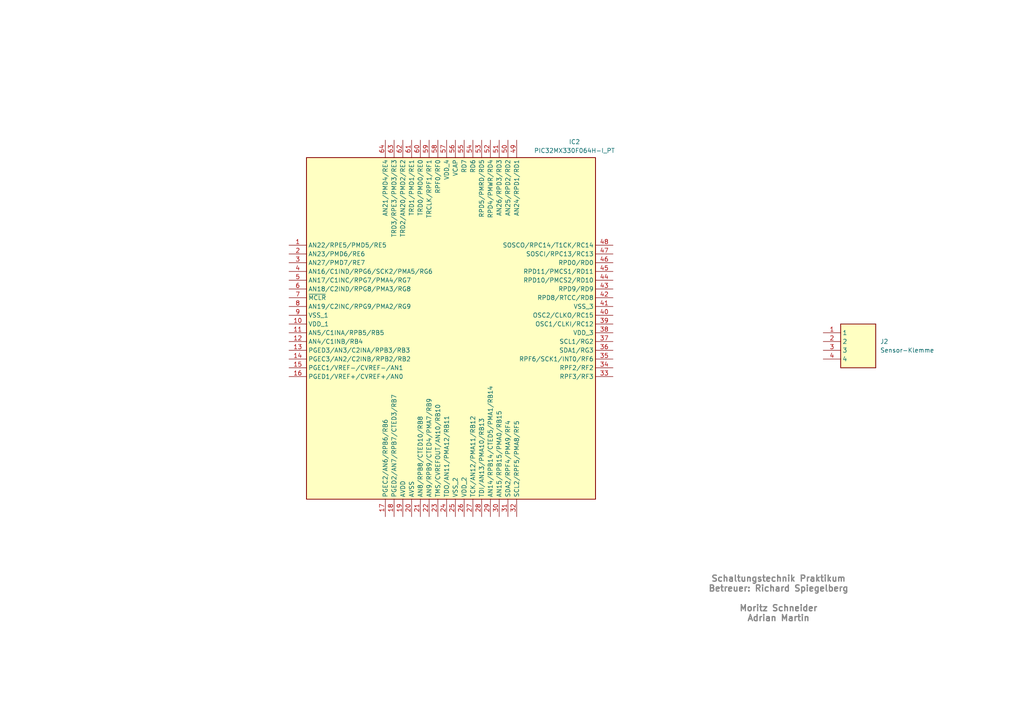
<source format=kicad_sch>
(kicad_sch
	(version 20231120)
	(generator "eeschema")
	(generator_version "8.0")
	(uuid "73ff9b8f-2b52-4548-b09c-c7a77eef92cd")
	(paper "A4")
	(lib_symbols
		(symbol "3-282836-2:3-282836-2"
			(exclude_from_sim no)
			(in_bom yes)
			(on_board yes)
			(property "Reference" "J"
				(at 16.51 7.62 0)
				(effects
					(font
						(size 1.27 1.27)
					)
					(justify left top)
				)
			)
			(property "Value" "3-282836-2"
				(at 16.51 5.08 0)
				(effects
					(font
						(size 1.27 1.27)
					)
					(justify left top)
				)
			)
			(property "Footprint" "3-282836-2"
				(at 16.51 -94.92 0)
				(effects
					(font
						(size 1.27 1.27)
					)
					(justify left top)
					(hide yes)
				)
			)
			(property "Datasheet" "https://www.te.com/commerce/DocumentDelivery/DDEController?Action=srchrtrv&DocNm=1-1773458-1_EURO_STYLE_QRG&DocType=Data+Sheet&DocLang=English&PartCntxt=3-282836-2&DocFormat=pdf"
				(at 16.51 -194.92 0)
				(effects
					(font
						(size 1.27 1.27)
					)
					(justify left top)
					(hide yes)
				)
			)
			(property "Description" "Fixed Terminal Blocks TERMI-BLOK PCB MOUNT 90 4P Ke"
				(at 0 0 0)
				(effects
					(font
						(size 1.27 1.27)
					)
					(hide yes)
				)
			)
			(property "Height" ""
				(at 16.51 -394.92 0)
				(effects
					(font
						(size 1.27 1.27)
					)
					(justify left top)
					(hide yes)
				)
			)
			(property "Manufacturer_Name" "TE Connectivity"
				(at 16.51 -494.92 0)
				(effects
					(font
						(size 1.27 1.27)
					)
					(justify left top)
					(hide yes)
				)
			)
			(property "Manufacturer_Part_Number" "3-282836-2"
				(at 16.51 -594.92 0)
				(effects
					(font
						(size 1.27 1.27)
					)
					(justify left top)
					(hide yes)
				)
			)
			(property "Mouser Part Number" "571-3-282836-2"
				(at 16.51 -694.92 0)
				(effects
					(font
						(size 1.27 1.27)
					)
					(justify left top)
					(hide yes)
				)
			)
			(property "Mouser Price/Stock" "https://www.mouser.co.uk/ProductDetail/TE-Connectivity/3-282836-2?qs=kTKVN3NWb5HKrHoMyUSSow%3D%3D"
				(at 16.51 -794.92 0)
				(effects
					(font
						(size 1.27 1.27)
					)
					(justify left top)
					(hide yes)
				)
			)
			(property "Arrow Part Number" "3-282836-2"
				(at 16.51 -894.92 0)
				(effects
					(font
						(size 1.27 1.27)
					)
					(justify left top)
					(hide yes)
				)
			)
			(property "Arrow Price/Stock" "https://www.arrow.com/en/products/3-282836-2/te-connectivity"
				(at 16.51 -994.92 0)
				(effects
					(font
						(size 1.27 1.27)
					)
					(justify left top)
					(hide yes)
				)
			)
			(symbol "3-282836-2_1_1"
				(rectangle
					(start 5.08 2.54)
					(end 15.24 -10.16)
					(stroke
						(width 0.254)
						(type default)
					)
					(fill
						(type background)
					)
				)
				(pin passive line
					(at 0 0 0)
					(length 5.08)
					(name "1"
						(effects
							(font
								(size 1.27 1.27)
							)
						)
					)
					(number "1"
						(effects
							(font
								(size 1.27 1.27)
							)
						)
					)
				)
				(pin passive line
					(at 0 -2.54 0)
					(length 5.08)
					(name "2"
						(effects
							(font
								(size 1.27 1.27)
							)
						)
					)
					(number "2"
						(effects
							(font
								(size 1.27 1.27)
							)
						)
					)
				)
				(pin passive line
					(at 0 -5.08 0)
					(length 5.08)
					(name "3"
						(effects
							(font
								(size 1.27 1.27)
							)
						)
					)
					(number "3"
						(effects
							(font
								(size 1.27 1.27)
							)
						)
					)
				)
				(pin passive line
					(at 0 -7.62 0)
					(length 5.08)
					(name "4"
						(effects
							(font
								(size 1.27 1.27)
							)
						)
					)
					(number "4"
						(effects
							(font
								(size 1.27 1.27)
							)
						)
					)
				)
			)
		)
		(symbol "PIC32MX330F064H-I_PT:PIC32MX330F064H-I_PT"
			(exclude_from_sim no)
			(in_bom yes)
			(on_board yes)
			(property "Reference" "IC2"
				(at 101.6 6.3186 0)
				(effects
					(font
						(size 1.27 1.27)
					)
				)
			)
			(property "Value" "PIC32MX330F064H-I_PT"
				(at 101.6 3.7786 0)
				(effects
					(font
						(size 1.27 1.27)
					)
				)
			)
			(property "Footprint" "QFP50P1200X1200X120-64N"
				(at 90.17 -61.9 0)
				(effects
					(font
						(size 1.27 1.27)
					)
					(justify left top)
					(hide yes)
				)
			)
			(property "Datasheet" "https://componentsearchengine.com/Datasheets/2/PIC32MX330F064H-I_PT.pdf"
				(at 90.17 -161.9 0)
				(effects
					(font
						(size 1.27 1.27)
					)
					(justify left top)
					(hide yes)
				)
			)
			(property "Description" "MCU 32-bit MIPS32 M4K RISC 64KB Flash 2.5V/3.3V 64-Pin TQFP Tray"
				(at -12.446 41.402 0)
				(effects
					(font
						(size 1.27 1.27)
					)
					(hide yes)
				)
			)
			(property "Height" "1.2"
				(at 90.17 -361.9 0)
				(effects
					(font
						(size 1.27 1.27)
					)
					(justify left top)
					(hide yes)
				)
			)
			(property "Manufacturer_Name" "Microchip"
				(at 90.17 -461.9 0)
				(effects
					(font
						(size 1.27 1.27)
					)
					(justify left top)
					(hide yes)
				)
			)
			(property "Manufacturer_Part_Number" "PIC32MX330F064H-I/PT"
				(at 90.17 -561.9 0)
				(effects
					(font
						(size 1.27 1.27)
					)
					(justify left top)
					(hide yes)
				)
			)
			(property "Mouser Part Number" "579-MX330F064H-I/PT"
				(at 90.17 -661.9 0)
				(effects
					(font
						(size 1.27 1.27)
					)
					(justify left top)
					(hide yes)
				)
			)
			(property "Mouser Price/Stock" "https://www.mouser.co.uk/ProductDetail/Microchip-Technology/PIC32MX330F064H-I-PT?qs=AU9dwobXBbB0hbFfATwIGw%3D%3D"
				(at 90.17 -761.9 0)
				(effects
					(font
						(size 1.27 1.27)
					)
					(justify left top)
					(hide yes)
				)
			)
			(property "Arrow Part Number" "PIC32MX330F064H-I/PT"
				(at 90.17 -861.9 0)
				(effects
					(font
						(size 1.27 1.27)
					)
					(justify left top)
					(hide yes)
				)
			)
			(property "Arrow Price/Stock" "https://www.arrow.com/en/products/pic32mx330f064h-ipt/microchip-technology"
				(at 90.17 -961.9 0)
				(effects
					(font
						(size 1.27 1.27)
					)
					(justify left top)
					(hide yes)
				)
			)
			(symbol "PIC32MX330F064H-I_PT_1_1"
				(rectangle
					(start 5.08 25.4)
					(end 88.9 -73.66)
					(stroke
						(width 0.254)
						(type default)
					)
					(fill
						(type background)
					)
				)
				(pin passive line
					(at 0 0 0)
					(length 5.08)
					(name "AN22/RPE5/PMD5/RE5"
						(effects
							(font
								(size 1.27 1.27)
							)
						)
					)
					(number "1"
						(effects
							(font
								(size 1.27 1.27)
							)
						)
					)
				)
				(pin passive line
					(at 0 -22.86 0)
					(length 5.08)
					(name "VDD_1"
						(effects
							(font
								(size 1.27 1.27)
							)
						)
					)
					(number "10"
						(effects
							(font
								(size 1.27 1.27)
							)
						)
					)
				)
				(pin passive line
					(at 0 -25.4 0)
					(length 5.08)
					(name "AN5/C1INA/RPB5/RB5"
						(effects
							(font
								(size 1.27 1.27)
							)
						)
					)
					(number "11"
						(effects
							(font
								(size 1.27 1.27)
							)
						)
					)
				)
				(pin passive line
					(at 0 -27.94 0)
					(length 5.08)
					(name "AN4/C1INB/RB4"
						(effects
							(font
								(size 1.27 1.27)
							)
						)
					)
					(number "12"
						(effects
							(font
								(size 1.27 1.27)
							)
						)
					)
				)
				(pin passive line
					(at 0 -30.48 0)
					(length 5.08)
					(name "PGED3/AN3/C2INA/RPB3/RB3"
						(effects
							(font
								(size 1.27 1.27)
							)
						)
					)
					(number "13"
						(effects
							(font
								(size 1.27 1.27)
							)
						)
					)
				)
				(pin passive line
					(at 0 -33.02 0)
					(length 5.08)
					(name "PGEC3/AN2/C2INB/RPB2/RB2"
						(effects
							(font
								(size 1.27 1.27)
							)
						)
					)
					(number "14"
						(effects
							(font
								(size 1.27 1.27)
							)
						)
					)
				)
				(pin passive line
					(at 0 -35.56 0)
					(length 5.08)
					(name "PGEC1/VREF-/CVREF-/AN1"
						(effects
							(font
								(size 1.27 1.27)
							)
						)
					)
					(number "15"
						(effects
							(font
								(size 1.27 1.27)
							)
						)
					)
				)
				(pin passive line
					(at 0 -38.1 0)
					(length 5.08)
					(name "PGED1/VREF+/CVREF+/AN0"
						(effects
							(font
								(size 1.27 1.27)
							)
						)
					)
					(number "16"
						(effects
							(font
								(size 1.27 1.27)
							)
						)
					)
				)
				(pin passive line
					(at 27.94 -78.74 90)
					(length 5.08)
					(name "PGEC2/AN6/RPB6/RB6"
						(effects
							(font
								(size 1.27 1.27)
							)
						)
					)
					(number "17"
						(effects
							(font
								(size 1.27 1.27)
							)
						)
					)
				)
				(pin passive line
					(at 30.48 -78.74 90)
					(length 5.08)
					(name "PGED2/AN7/RPB7/CTED3/RB7"
						(effects
							(font
								(size 1.27 1.27)
							)
						)
					)
					(number "18"
						(effects
							(font
								(size 1.27 1.27)
							)
						)
					)
				)
				(pin passive line
					(at 33.02 -78.74 90)
					(length 5.08)
					(name "AVDD"
						(effects
							(font
								(size 1.27 1.27)
							)
						)
					)
					(number "19"
						(effects
							(font
								(size 1.27 1.27)
							)
						)
					)
				)
				(pin passive line
					(at 0 -2.54 0)
					(length 5.08)
					(name "AN23/PMD6/RE6"
						(effects
							(font
								(size 1.27 1.27)
							)
						)
					)
					(number "2"
						(effects
							(font
								(size 1.27 1.27)
							)
						)
					)
				)
				(pin passive line
					(at 35.56 -78.74 90)
					(length 5.08)
					(name "AVSS"
						(effects
							(font
								(size 1.27 1.27)
							)
						)
					)
					(number "20"
						(effects
							(font
								(size 1.27 1.27)
							)
						)
					)
				)
				(pin passive line
					(at 38.1 -78.74 90)
					(length 5.08)
					(name "AN8/RPB8/CTED10/RB8"
						(effects
							(font
								(size 1.27 1.27)
							)
						)
					)
					(number "21"
						(effects
							(font
								(size 1.27 1.27)
							)
						)
					)
				)
				(pin passive line
					(at 40.64 -78.74 90)
					(length 5.08)
					(name "AN9/RPB9/CTED4/PMA7/RB9"
						(effects
							(font
								(size 1.27 1.27)
							)
						)
					)
					(number "22"
						(effects
							(font
								(size 1.27 1.27)
							)
						)
					)
				)
				(pin passive line
					(at 43.18 -78.74 90)
					(length 5.08)
					(name "TMS/CVREFOUT/AN10/RB10"
						(effects
							(font
								(size 1.27 1.27)
							)
						)
					)
					(number "23"
						(effects
							(font
								(size 1.27 1.27)
							)
						)
					)
				)
				(pin passive line
					(at 45.72 -78.74 90)
					(length 5.08)
					(name "TDO/AN11/PMA12/RB11"
						(effects
							(font
								(size 1.27 1.27)
							)
						)
					)
					(number "24"
						(effects
							(font
								(size 1.27 1.27)
							)
						)
					)
				)
				(pin passive line
					(at 48.26 -78.74 90)
					(length 5.08)
					(name "VSS_2"
						(effects
							(font
								(size 1.27 1.27)
							)
						)
					)
					(number "25"
						(effects
							(font
								(size 1.27 1.27)
							)
						)
					)
				)
				(pin passive line
					(at 50.8 -78.74 90)
					(length 5.08)
					(name "VDD_2"
						(effects
							(font
								(size 1.27 1.27)
							)
						)
					)
					(number "26"
						(effects
							(font
								(size 1.27 1.27)
							)
						)
					)
				)
				(pin passive line
					(at 53.34 -78.74 90)
					(length 5.08)
					(name "TCK/AN12/PMA11/RB12"
						(effects
							(font
								(size 1.27 1.27)
							)
						)
					)
					(number "27"
						(effects
							(font
								(size 1.27 1.27)
							)
						)
					)
				)
				(pin passive line
					(at 55.88 -78.74 90)
					(length 5.08)
					(name "TDI/AN13/PMA10/RB13"
						(effects
							(font
								(size 1.27 1.27)
							)
						)
					)
					(number "28"
						(effects
							(font
								(size 1.27 1.27)
							)
						)
					)
				)
				(pin passive line
					(at 58.42 -78.74 90)
					(length 5.08)
					(name "AN14/RPB14/CTED5/PMA1/RB14"
						(effects
							(font
								(size 1.27 1.27)
							)
						)
					)
					(number "29"
						(effects
							(font
								(size 1.27 1.27)
							)
						)
					)
				)
				(pin passive line
					(at 0 -5.08 0)
					(length 5.08)
					(name "AN27/PMD7/RE7"
						(effects
							(font
								(size 1.27 1.27)
							)
						)
					)
					(number "3"
						(effects
							(font
								(size 1.27 1.27)
							)
						)
					)
				)
				(pin passive line
					(at 60.96 -78.74 90)
					(length 5.08)
					(name "AN15/RPB15/PMA0/RB15"
						(effects
							(font
								(size 1.27 1.27)
							)
						)
					)
					(number "30"
						(effects
							(font
								(size 1.27 1.27)
							)
						)
					)
				)
				(pin passive line
					(at 63.5 -78.74 90)
					(length 5.08)
					(name "SDA2/RPF4/PMA9/RF4"
						(effects
							(font
								(size 1.27 1.27)
							)
						)
					)
					(number "31"
						(effects
							(font
								(size 1.27 1.27)
							)
						)
					)
				)
				(pin passive line
					(at 66.04 -78.74 90)
					(length 5.08)
					(name "SCL2/RPF5/PMA8/RF5"
						(effects
							(font
								(size 1.27 1.27)
							)
						)
					)
					(number "32"
						(effects
							(font
								(size 1.27 1.27)
							)
						)
					)
				)
				(pin passive line
					(at 93.98 -38.1 180)
					(length 5.08)
					(name "RPF3/RF3"
						(effects
							(font
								(size 1.27 1.27)
							)
						)
					)
					(number "33"
						(effects
							(font
								(size 1.27 1.27)
							)
						)
					)
				)
				(pin passive line
					(at 93.98 -35.56 180)
					(length 5.08)
					(name "RPF2/RF2"
						(effects
							(font
								(size 1.27 1.27)
							)
						)
					)
					(number "34"
						(effects
							(font
								(size 1.27 1.27)
							)
						)
					)
				)
				(pin passive line
					(at 93.98 -33.02 180)
					(length 5.08)
					(name "RPF6/SCK1/INT0/RF6"
						(effects
							(font
								(size 1.27 1.27)
							)
						)
					)
					(number "35"
						(effects
							(font
								(size 1.27 1.27)
							)
						)
					)
				)
				(pin passive line
					(at 93.98 -30.48 180)
					(length 5.08)
					(name "SDA1/RG3"
						(effects
							(font
								(size 1.27 1.27)
							)
						)
					)
					(number "36"
						(effects
							(font
								(size 1.27 1.27)
							)
						)
					)
				)
				(pin passive line
					(at 93.98 -27.94 180)
					(length 5.08)
					(name "SCL1/RG2"
						(effects
							(font
								(size 1.27 1.27)
							)
						)
					)
					(number "37"
						(effects
							(font
								(size 1.27 1.27)
							)
						)
					)
				)
				(pin passive line
					(at 93.98 -25.4 180)
					(length 5.08)
					(name "VDD_3"
						(effects
							(font
								(size 1.27 1.27)
							)
						)
					)
					(number "38"
						(effects
							(font
								(size 1.27 1.27)
							)
						)
					)
				)
				(pin passive line
					(at 93.98 -22.86 180)
					(length 5.08)
					(name "OSC1/CLKI/RC12"
						(effects
							(font
								(size 1.27 1.27)
							)
						)
					)
					(number "39"
						(effects
							(font
								(size 1.27 1.27)
							)
						)
					)
				)
				(pin passive line
					(at 0 -7.62 0)
					(length 5.08)
					(name "AN16/C1IND/RPG6/SCK2/PMA5/RG6"
						(effects
							(font
								(size 1.27 1.27)
							)
						)
					)
					(number "4"
						(effects
							(font
								(size 1.27 1.27)
							)
						)
					)
				)
				(pin passive line
					(at 93.98 -20.32 180)
					(length 5.08)
					(name "OSC2/CLKO/RC15"
						(effects
							(font
								(size 1.27 1.27)
							)
						)
					)
					(number "40"
						(effects
							(font
								(size 1.27 1.27)
							)
						)
					)
				)
				(pin passive line
					(at 93.98 -17.78 180)
					(length 5.08)
					(name "VSS_3"
						(effects
							(font
								(size 1.27 1.27)
							)
						)
					)
					(number "41"
						(effects
							(font
								(size 1.27 1.27)
							)
						)
					)
				)
				(pin passive line
					(at 93.98 -15.24 180)
					(length 5.08)
					(name "RPD8/RTCC/RD8"
						(effects
							(font
								(size 1.27 1.27)
							)
						)
					)
					(number "42"
						(effects
							(font
								(size 1.27 1.27)
							)
						)
					)
				)
				(pin passive line
					(at 93.98 -12.7 180)
					(length 5.08)
					(name "RPD9/RD9"
						(effects
							(font
								(size 1.27 1.27)
							)
						)
					)
					(number "43"
						(effects
							(font
								(size 1.27 1.27)
							)
						)
					)
				)
				(pin passive line
					(at 93.98 -10.16 180)
					(length 5.08)
					(name "RPD10/PMCS2/RD10"
						(effects
							(font
								(size 1.27 1.27)
							)
						)
					)
					(number "44"
						(effects
							(font
								(size 1.27 1.27)
							)
						)
					)
				)
				(pin passive line
					(at 93.98 -7.62 180)
					(length 5.08)
					(name "RPD11/PMCS1/RD11"
						(effects
							(font
								(size 1.27 1.27)
							)
						)
					)
					(number "45"
						(effects
							(font
								(size 1.27 1.27)
							)
						)
					)
				)
				(pin passive line
					(at 93.98 -5.08 180)
					(length 5.08)
					(name "RPD0/RD0"
						(effects
							(font
								(size 1.27 1.27)
							)
						)
					)
					(number "46"
						(effects
							(font
								(size 1.27 1.27)
							)
						)
					)
				)
				(pin passive line
					(at 93.98 -2.54 180)
					(length 5.08)
					(name "SOSCI/RPC13/RC13"
						(effects
							(font
								(size 1.27 1.27)
							)
						)
					)
					(number "47"
						(effects
							(font
								(size 1.27 1.27)
							)
						)
					)
				)
				(pin passive line
					(at 93.98 0 180)
					(length 5.08)
					(name "SOSCO/RPC14/T1CK/RC14"
						(effects
							(font
								(size 1.27 1.27)
							)
						)
					)
					(number "48"
						(effects
							(font
								(size 1.27 1.27)
							)
						)
					)
				)
				(pin passive line
					(at 66.04 30.48 270)
					(length 5.08)
					(name "AN24/RPD1/RD1"
						(effects
							(font
								(size 1.27 1.27)
							)
						)
					)
					(number "49"
						(effects
							(font
								(size 1.27 1.27)
							)
						)
					)
				)
				(pin passive line
					(at 0 -10.16 0)
					(length 5.08)
					(name "AN17/C1INC/RPG7/PMA4/RG7"
						(effects
							(font
								(size 1.27 1.27)
							)
						)
					)
					(number "5"
						(effects
							(font
								(size 1.27 1.27)
							)
						)
					)
				)
				(pin passive line
					(at 63.5 30.48 270)
					(length 5.08)
					(name "AN25/RPD2/RD2"
						(effects
							(font
								(size 1.27 1.27)
							)
						)
					)
					(number "50"
						(effects
							(font
								(size 1.27 1.27)
							)
						)
					)
				)
				(pin passive line
					(at 60.96 30.48 270)
					(length 5.08)
					(name "AN26/RPD3/RD3"
						(effects
							(font
								(size 1.27 1.27)
							)
						)
					)
					(number "51"
						(effects
							(font
								(size 1.27 1.27)
							)
						)
					)
				)
				(pin passive line
					(at 58.42 30.48 270)
					(length 5.08)
					(name "RPD4/PMWR/RD4"
						(effects
							(font
								(size 1.27 1.27)
							)
						)
					)
					(number "52"
						(effects
							(font
								(size 1.27 1.27)
							)
						)
					)
				)
				(pin passive line
					(at 55.88 30.48 270)
					(length 5.08)
					(name "RPD5/PMRD/RD5"
						(effects
							(font
								(size 1.27 1.27)
							)
						)
					)
					(number "53"
						(effects
							(font
								(size 1.27 1.27)
							)
						)
					)
				)
				(pin passive line
					(at 53.34 30.48 270)
					(length 5.08)
					(name "RD6"
						(effects
							(font
								(size 1.27 1.27)
							)
						)
					)
					(number "54"
						(effects
							(font
								(size 1.27 1.27)
							)
						)
					)
				)
				(pin passive line
					(at 50.8 30.48 270)
					(length 5.08)
					(name "RD7"
						(effects
							(font
								(size 1.27 1.27)
							)
						)
					)
					(number "55"
						(effects
							(font
								(size 1.27 1.27)
							)
						)
					)
				)
				(pin passive line
					(at 48.26 30.48 270)
					(length 5.08)
					(name "VCAP"
						(effects
							(font
								(size 1.27 1.27)
							)
						)
					)
					(number "56"
						(effects
							(font
								(size 1.27 1.27)
							)
						)
					)
				)
				(pin passive line
					(at 45.72 30.48 270)
					(length 5.08)
					(name "VDD_4"
						(effects
							(font
								(size 1.27 1.27)
							)
						)
					)
					(number "57"
						(effects
							(font
								(size 1.27 1.27)
							)
						)
					)
				)
				(pin passive line
					(at 43.18 30.48 270)
					(length 5.08)
					(name "RPF0/RF0"
						(effects
							(font
								(size 1.27 1.27)
							)
						)
					)
					(number "58"
						(effects
							(font
								(size 1.27 1.27)
							)
						)
					)
				)
				(pin passive line
					(at 40.64 30.48 270)
					(length 5.08)
					(name "TRCLK/RPF1/RF1"
						(effects
							(font
								(size 1.27 1.27)
							)
						)
					)
					(number "59"
						(effects
							(font
								(size 1.27 1.27)
							)
						)
					)
				)
				(pin passive line
					(at 0 -12.7 0)
					(length 5.08)
					(name "AN18/C2IND/RPG8/PMA3/RG8"
						(effects
							(font
								(size 1.27 1.27)
							)
						)
					)
					(number "6"
						(effects
							(font
								(size 1.27 1.27)
							)
						)
					)
				)
				(pin passive line
					(at 38.1 30.48 270)
					(length 5.08)
					(name "TRD0/PMD0/RE0"
						(effects
							(font
								(size 1.27 1.27)
							)
						)
					)
					(number "60"
						(effects
							(font
								(size 1.27 1.27)
							)
						)
					)
				)
				(pin passive line
					(at 35.56 30.48 270)
					(length 5.08)
					(name "TRD1/PMD1/RE1"
						(effects
							(font
								(size 1.27 1.27)
							)
						)
					)
					(number "61"
						(effects
							(font
								(size 1.27 1.27)
							)
						)
					)
				)
				(pin passive line
					(at 33.02 30.48 270)
					(length 5.08)
					(name "TRD2/AN20/PMD2/RE2"
						(effects
							(font
								(size 1.27 1.27)
							)
						)
					)
					(number "62"
						(effects
							(font
								(size 1.27 1.27)
							)
						)
					)
				)
				(pin passive line
					(at 30.48 30.48 270)
					(length 5.08)
					(name "TRD3/RPE3/PMD3/RE3"
						(effects
							(font
								(size 1.27 1.27)
							)
						)
					)
					(number "63"
						(effects
							(font
								(size 1.27 1.27)
							)
						)
					)
				)
				(pin passive line
					(at 27.94 30.48 270)
					(length 5.08)
					(name "AN21/PMD4/RE4"
						(effects
							(font
								(size 1.27 1.27)
							)
						)
					)
					(number "64"
						(effects
							(font
								(size 1.27 1.27)
							)
						)
					)
				)
				(pin passive line
					(at 0 -15.24 0)
					(length 5.08)
					(name "~{MCLR}"
						(effects
							(font
								(size 1.27 1.27)
							)
						)
					)
					(number "7"
						(effects
							(font
								(size 1.27 1.27)
							)
						)
					)
				)
				(pin passive line
					(at 0 -17.78 0)
					(length 5.08)
					(name "AN19/C2INC/RPG9/PMA2/RG9"
						(effects
							(font
								(size 1.27 1.27)
							)
						)
					)
					(number "8"
						(effects
							(font
								(size 1.27 1.27)
							)
						)
					)
				)
				(pin passive line
					(at 0 -20.32 0)
					(length 5.08)
					(name "VSS_1"
						(effects
							(font
								(size 1.27 1.27)
							)
						)
					)
					(number "9"
						(effects
							(font
								(size 1.27 1.27)
							)
						)
					)
				)
			)
		)
	)
	(text "Schaltungstechnik Praktikum\nBetreuer: Richard Spiegelberg\n\nMoritz Schneider\nAdrian Martin"
		(exclude_from_sim no)
		(at 225.806 173.736 0)
		(effects
			(font
				(size 1.778 1.778)
				(thickness 0.3556)
				(bold yes)
				(color 132 132 132 1)
			)
		)
		(uuid "253fe319-72ec-4858-8750-a9e29d533280")
	)
	(symbol
		(lib_id "PIC32MX330F064H-I_PT:PIC32MX330F064H-I_PT")
		(at 83.82 71.12 0)
		(unit 1)
		(exclude_from_sim no)
		(in_bom yes)
		(on_board yes)
		(dnp no)
		(uuid "2cd807de-5b7b-43a3-982e-57d0b29a7af8")
		(property "Reference" "IC2"
			(at 166.624 41.148 0)
			(effects
				(font
					(size 1.27 1.27)
				)
			)
		)
		(property "Value" "PIC32MX330F064H-I_PT"
			(at 166.624 43.688 0)
			(effects
				(font
					(size 1.27 1.27)
				)
			)
		)
		(property "Footprint" "footprints:QFP50P1200X1200X120-64N"
			(at 173.99 133.02 0)
			(effects
				(font
					(size 1.27 1.27)
				)
				(justify left top)
				(hide yes)
			)
		)
		(property "Datasheet" "https://componentsearchengine.com/Datasheets/2/PIC32MX330F064H-I_PT.pdf"
			(at 173.99 233.02 0)
			(effects
				(font
					(size 1.27 1.27)
				)
				(justify left top)
				(hide yes)
			)
		)
		(property "Description" "MCU 32-bit MIPS32 M4K RISC 64KB Flash 2.5V/3.3V 64-Pin TQFP Tray"
			(at 71.374 29.718 0)
			(effects
				(font
					(size 1.27 1.27)
				)
				(hide yes)
			)
		)
		(property "Height" "1.2"
			(at 173.99 433.02 0)
			(effects
				(font
					(size 1.27 1.27)
				)
				(justify left top)
				(hide yes)
			)
		)
		(property "Manufacturer_Name" "Microchip"
			(at 173.99 533.02 0)
			(effects
				(font
					(size 1.27 1.27)
				)
				(justify left top)
				(hide yes)
			)
		)
		(property "Manufacturer_Part_Number" "PIC32MX330F064H-I/PT"
			(at 173.99 633.02 0)
			(effects
				(font
					(size 1.27 1.27)
				)
				(justify left top)
				(hide yes)
			)
		)
		(property "Mouser Part Number" "579-MX330F064H-I/PT"
			(at 173.99 733.02 0)
			(effects
				(font
					(size 1.27 1.27)
				)
				(justify left top)
				(hide yes)
			)
		)
		(property "Mouser Price/Stock" "https://www.mouser.co.uk/ProductDetail/Microchip-Technology/PIC32MX330F064H-I-PT?qs=AU9dwobXBbB0hbFfATwIGw%3D%3D"
			(at 173.99 833.02 0)
			(effects
				(font
					(size 1.27 1.27)
				)
				(justify left top)
				(hide yes)
			)
		)
		(property "Arrow Part Number" "PIC32MX330F064H-I/PT"
			(at 173.99 933.02 0)
			(effects
				(font
					(size 1.27 1.27)
				)
				(justify left top)
				(hide yes)
			)
		)
		(property "Arrow Price/Stock" "https://www.arrow.com/en/products/pic32mx330f064h-ipt/microchip-technology"
			(at 173.99 1033.02 0)
			(effects
				(font
					(size 1.27 1.27)
				)
				(justify left top)
				(hide yes)
			)
		)
		(pin "19"
			(uuid "f72d9cb5-e5a9-40cc-a1c8-b4d84cca9c41")
		)
		(pin "26"
			(uuid "bff90a73-ac17-44a9-8f1a-652eed871f5e")
		)
		(pin "40"
			(uuid "89311538-93ac-4b38-9f7a-958b0fb8c9fe")
		)
		(pin "45"
			(uuid "29b24f62-df1b-4196-8a13-4c178e0360b0")
		)
		(pin "47"
			(uuid "907a8783-2880-4ae5-aae3-a1f69e2d701f")
		)
		(pin "48"
			(uuid "8e0205e7-c08d-4e73-8851-9a18f5fc6900")
		)
		(pin "1"
			(uuid "d9b4bfc2-afef-4c1c-8e6a-b226203c3835")
		)
		(pin "16"
			(uuid "aa2b0957-5d57-4f1e-bbeb-a8fd74783844")
		)
		(pin "15"
			(uuid "54f986bb-d382-4b98-a3d1-2c1796661b85")
		)
		(pin "20"
			(uuid "a0346c42-f442-414a-9264-02acfa8d4c32")
		)
		(pin "24"
			(uuid "7b3e8943-5e35-4cce-aaac-465a461f3fa2")
		)
		(pin "27"
			(uuid "76f1b696-6321-4da6-ba76-c2470bbddc79")
		)
		(pin "31"
			(uuid "75ea01b8-45b0-4d05-8237-cad552af9d62")
		)
		(pin "50"
			(uuid "2b96e1aa-8d73-4321-a830-c99aba1f3756")
		)
		(pin "36"
			(uuid "2f49cda4-c373-4ba2-a5d6-d573a2531dca")
		)
		(pin "37"
			(uuid "f8565f8f-b069-44fc-ad1d-756d20fed691")
		)
		(pin "21"
			(uuid "f53f595c-8f1f-480a-9aeb-f97835bcfd07")
		)
		(pin "25"
			(uuid "7550410f-5197-4014-b93d-f3e3e8ecb92d")
		)
		(pin "35"
			(uuid "1efcbf60-2f14-4219-9b96-9348a20da21c")
		)
		(pin "23"
			(uuid "8a0840e0-b54c-4c4d-95ed-ffbb705b516a")
		)
		(pin "10"
			(uuid "e4fd3fa1-105c-431d-81e3-9b53e5df460b")
		)
		(pin "30"
			(uuid "11599c60-b427-4157-8c6a-0de36ed6ec26")
		)
		(pin "29"
			(uuid "3c8cf975-5645-4015-88fa-a114ea84220a")
		)
		(pin "28"
			(uuid "d6ed9613-a72a-4335-8ab0-c52d8a2471a3")
		)
		(pin "22"
			(uuid "e10f4d65-a583-4ade-a7a7-da2cf7b28262")
		)
		(pin "2"
			(uuid "9f32cabc-c192-4cb0-8955-f72d0c92a787")
		)
		(pin "32"
			(uuid "b66fb879-d338-4463-81ad-a35a42599a26")
		)
		(pin "38"
			(uuid "82610fa9-cb70-4b1a-8c62-5cb5a1c17baf")
		)
		(pin "33"
			(uuid "410f6ec8-daac-4810-bd71-36afc1903820")
		)
		(pin "34"
			(uuid "12d3d324-0fbb-4a2f-80f0-9db141036fe1")
		)
		(pin "4"
			(uuid "00829958-0bb2-49ef-abef-7d899216521a")
		)
		(pin "11"
			(uuid "f94f21c5-fbc5-47a1-96c4-9493fb19458e")
		)
		(pin "13"
			(uuid "8d8cdfc9-a912-4c3a-91c4-f1ca20518b65")
		)
		(pin "42"
			(uuid "ad6788d7-cbf1-4541-ad48-ffc9c675eba3")
		)
		(pin "43"
			(uuid "6bb5fd31-c104-4b74-b235-f9e4aa17cb50")
		)
		(pin "12"
			(uuid "3bc0de71-b85d-4e3c-b6bf-eda7a18f36b0")
		)
		(pin "41"
			(uuid "4ffbb69e-c615-4171-a27c-34ac51f27cb1")
		)
		(pin "44"
			(uuid "309cf33f-84a2-49ce-a7ae-877eddf5f770")
		)
		(pin "46"
			(uuid "2db08d4a-8d27-443c-8de6-86764be31508")
		)
		(pin "49"
			(uuid "21cca319-3e07-45b7-bf61-8d943cde72b0")
		)
		(pin "3"
			(uuid "1b25ffcf-5e5e-47a3-babc-18a53d992647")
		)
		(pin "5"
			(uuid "616d836b-6948-41e4-8b04-968e1681fe1f")
		)
		(pin "14"
			(uuid "115fcf64-17ea-4094-9c8c-7fe99f126d8e")
		)
		(pin "18"
			(uuid "883d9421-45bc-4ff2-9313-3f4567505003")
		)
		(pin "39"
			(uuid "3972c1e7-11c0-447f-9edd-bc3a13824313")
		)
		(pin "17"
			(uuid "1b70f4a2-9480-4db9-881a-5659c75bd2f7")
		)
		(pin "62"
			(uuid "a36b9c4d-4f16-4bb3-a6f0-ade50f186835")
		)
		(pin "61"
			(uuid "f7c52250-9a96-4ee9-8cf5-f4f14e4cd1ff")
		)
		(pin "59"
			(uuid "1a3aa9ea-05bb-4ecf-b51b-9dbf9cf7b215")
		)
		(pin "53"
			(uuid "c26c5d88-ef57-4bf0-aae6-5c4d122c008c")
		)
		(pin "56"
			(uuid "c464b1a9-3106-4d88-a4b0-4af486d03701")
		)
		(pin "8"
			(uuid "4f246005-f7b0-467a-bb24-7c34feb724bd")
		)
		(pin "63"
			(uuid "cdcb04ca-74e1-46b1-ad57-f6d2398a8fd5")
		)
		(pin "6"
			(uuid "8f16a37e-f4e6-40e2-8b26-6ca32ed884eb")
		)
		(pin "60"
			(uuid "3ecfddd1-5f3c-457a-bf74-490b52d3262d")
		)
		(pin "54"
			(uuid "e5863387-25c6-464f-85d8-9503ce9cb8e6")
		)
		(pin "52"
			(uuid "87f56c98-5970-4ca6-b62f-e0e8084e70e0")
		)
		(pin "7"
			(uuid "b0df7a0d-9282-4a6b-85a7-4e77420a9b57")
		)
		(pin "51"
			(uuid "aeebf417-2842-484c-9259-3b1871fc8b9a")
		)
		(pin "55"
			(uuid "e71d65bf-f247-487e-83c1-f3431bf3206d")
		)
		(pin "58"
			(uuid "74b2e1f9-0d34-402f-93a7-835b16524629")
		)
		(pin "64"
			(uuid "b33090ed-de86-4afb-be2c-1349972cb843")
		)
		(pin "9"
			(uuid "32a37e87-7966-4aee-8d12-68ba226c78c2")
		)
		(pin "57"
			(uuid "de0568b3-6e84-4837-bb07-dee46e2782aa")
		)
		(instances
			(project "WaterlevelSensoring"
				(path "/58fa4baf-198f-4497-85e2-76fdef312f16/531ad409-6317-4444-90b8-196907f608b9"
					(reference "IC2")
					(unit 1)
				)
			)
		)
	)
	(symbol
		(lib_id "3-282836-2:3-282836-2")
		(at 238.76 96.52 0)
		(unit 1)
		(exclude_from_sim no)
		(in_bom yes)
		(on_board yes)
		(dnp no)
		(fields_autoplaced yes)
		(uuid "e9e2a048-3b3d-4e61-b98f-33d6e7a59cd4")
		(property "Reference" "J2"
			(at 255.27 99.0599 0)
			(effects
				(font
					(size 1.27 1.27)
				)
				(justify left)
			)
		)
		(property "Value" "Sensor-Klemme"
			(at 255.27 101.5999 0)
			(effects
				(font
					(size 1.27 1.27)
				)
				(justify left)
			)
		)
		(property "Footprint" "3-282836-2"
			(at 255.27 191.44 0)
			(effects
				(font
					(size 1.27 1.27)
				)
				(justify left top)
				(hide yes)
			)
		)
		(property "Datasheet" "https://www.te.com/commerce/DocumentDelivery/DDEController?Action=srchrtrv&DocNm=1-1773458-1_EURO_STYLE_QRG&DocType=Data+Sheet&DocLang=English&PartCntxt=3-282836-2&DocFormat=pdf"
			(at 255.27 291.44 0)
			(effects
				(font
					(size 1.27 1.27)
				)
				(justify left top)
				(hide yes)
			)
		)
		(property "Description" "Fixed Terminal Blocks TERMI-BLOK PCB MOUNT 90 4P Ke"
			(at 238.76 96.52 0)
			(effects
				(font
					(size 1.27 1.27)
				)
				(hide yes)
			)
		)
		(property "Height" ""
			(at 255.27 491.44 0)
			(effects
				(font
					(size 1.27 1.27)
				)
				(justify left top)
				(hide yes)
			)
		)
		(property "Manufacturer_Name" "TE Connectivity"
			(at 255.27 591.44 0)
			(effects
				(font
					(size 1.27 1.27)
				)
				(justify left top)
				(hide yes)
			)
		)
		(property "Manufacturer_Part_Number" "3-282836-2"
			(at 255.27 691.44 0)
			(effects
				(font
					(size 1.27 1.27)
				)
				(justify left top)
				(hide yes)
			)
		)
		(property "Mouser Part Number" "571-3-282836-2"
			(at 255.27 791.44 0)
			(effects
				(font
					(size 1.27 1.27)
				)
				(justify left top)
				(hide yes)
			)
		)
		(property "Mouser Price/Stock" "https://www.mouser.co.uk/ProductDetail/TE-Connectivity/3-282836-2?qs=kTKVN3NWb5HKrHoMyUSSow%3D%3D"
			(at 255.27 891.44 0)
			(effects
				(font
					(size 1.27 1.27)
				)
				(justify left top)
				(hide yes)
			)
		)
		(property "Arrow Part Number" "3-282836-2"
			(at 255.27 991.44 0)
			(effects
				(font
					(size 1.27 1.27)
				)
				(justify left top)
				(hide yes)
			)
		)
		(property "Arrow Price/Stock" "https://www.arrow.com/en/products/3-282836-2/te-connectivity"
			(at 255.27 1091.44 0)
			(effects
				(font
					(size 1.27 1.27)
				)
				(justify left top)
				(hide yes)
			)
		)
		(pin "1"
			(uuid "d92b2be7-b250-452f-8880-847fb997c59c")
		)
		(pin "4"
			(uuid "e1559752-9f11-4e18-9eed-5dd9ba4e74f6")
		)
		(pin "3"
			(uuid "dc426d73-28ae-498e-b466-9bb5b11560b6")
		)
		(pin "2"
			(uuid "85999a8a-4bb5-483d-b36a-eac94e7871e2")
		)
		(instances
			(project "WaterlevelSensoring"
				(path "/58fa4baf-198f-4497-85e2-76fdef312f16/531ad409-6317-4444-90b8-196907f608b9"
					(reference "J2")
					(unit 1)
				)
			)
		)
	)
)
</source>
